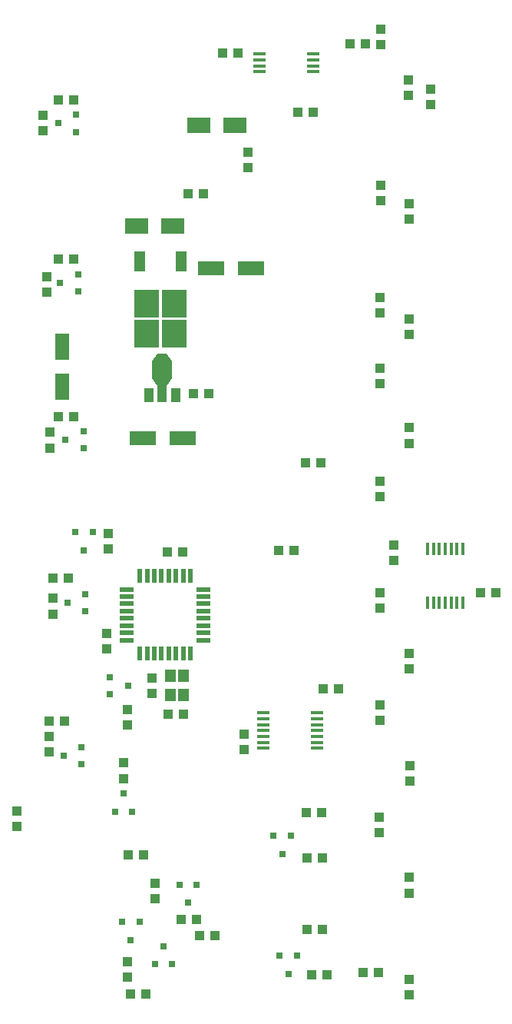
<source format=gtp>
G04 #@! TF.GenerationSoftware,KiCad,Pcbnew,(5.99.0-12261-ga2c28b18a8)*
G04 #@! TF.CreationDate,2021-10-12T13:44:05-07:00*
G04 #@! TF.ProjectId,SCMv3,53434d76-332e-46b6-9963-61645f706362,rev?*
G04 #@! TF.SameCoordinates,Original*
G04 #@! TF.FileFunction,Paste,Top*
G04 #@! TF.FilePolarity,Positive*
%FSLAX46Y46*%
G04 Gerber Fmt 4.6, Leading zero omitted, Abs format (unit mm)*
G04 Created by KiCad (PCBNEW (5.99.0-12261-ga2c28b18a8)) date 2021-10-12 13:44:05*
%MOMM*%
%LPD*%
G01*
G04 APERTURE LIST*
G04 Aperture macros list*
%AMOutline4P*
0 Free polygon, 4 corners , with rotation*
0 The origin of the aperture is its center*
0 number of corners: always 4*
0 $1 to $8 corner X, Y*
0 $9 Rotation angle, in degrees counterclockwise*
0 create outline with 4 corners*
4,1,4,$1,$2,$3,$4,$5,$6,$7,$8,$1,$2,$9*%
G04 Aperture macros list end*
%ADD10R,2.750000X3.050000*%
%ADD11R,1.200000X2.200000*%
%ADD12R,1.000000X1.000000*%
%ADD13R,1.150000X1.400000*%
%ADD14R,0.800100X0.800100*%
%ADD15R,2.499360X1.800860*%
%ADD16R,1.450000X0.450000*%
%ADD17R,0.450000X1.450000*%
%ADD18R,3.000000X1.600000*%
%ADD19R,1.600000X3.000000*%
%ADD20R,1.000000X1.500000*%
%ADD21Outline4P,-1.100000X-0.500000X1.100000X-0.500000X0.400000X0.500000X-0.400000X0.500000X180.000000*%
%ADD22Outline4P,-1.100000X-0.425000X1.100000X-0.425000X0.500000X0.425000X-0.500000X0.425000X0.000000*%
%ADD23R,1.000000X1.800000*%
%ADD24R,2.200000X1.840000*%
%ADD25R,0.550000X1.600000*%
%ADD26R,1.600000X0.550000*%
G04 APERTURE END LIST*
D10*
X17115000Y-35795000D03*
X20165000Y-32445000D03*
X20165000Y-35795000D03*
X17115000Y-32445000D03*
D11*
X20920000Y-27820000D03*
X16360000Y-27820000D03*
D12*
X42860000Y-39610000D03*
X42860000Y-41310000D03*
X53950000Y-64320000D03*
X55650000Y-64320000D03*
D13*
X21240000Y-75550000D03*
X19740000Y-73450000D03*
X21240000Y-73450000D03*
X19740000Y-75550000D03*
D12*
X46110000Y-35850000D03*
X46110000Y-34150000D03*
X46070000Y-108620000D03*
X46070000Y-106920000D03*
X6100000Y-31170000D03*
X6100000Y-29470000D03*
X28300000Y-15800000D03*
X28300000Y-17500000D03*
X17710000Y-73690000D03*
X17710000Y-75390000D03*
X22640000Y-100310000D03*
X20940000Y-100310000D03*
X46180000Y-85060000D03*
X46180000Y-83360000D03*
D14*
X9590760Y-31140000D03*
X9590760Y-29240000D03*
X7591780Y-30190000D03*
D12*
X33410000Y-59660000D03*
X31710000Y-59660000D03*
D14*
X33720000Y-104269240D03*
X31820000Y-104269240D03*
X32770000Y-106268220D03*
D12*
X42930000Y-21120000D03*
X42930000Y-19420000D03*
D14*
X33040000Y-91099240D03*
X31140000Y-91099240D03*
X32090000Y-93098220D03*
X22650000Y-96459240D03*
X20750000Y-96459240D03*
X21700000Y-98458220D03*
D12*
X6380000Y-78480000D03*
X8080000Y-78480000D03*
X46140000Y-72730000D03*
X46140000Y-71030000D03*
D15*
X16041020Y-23940000D03*
X20038980Y-23940000D03*
D16*
X35900000Y-81440000D03*
X35900000Y-80790000D03*
X35900000Y-80140000D03*
X35900000Y-79490000D03*
X35900000Y-78840000D03*
X35900000Y-78190000D03*
X35900000Y-77540000D03*
X30000000Y-77540000D03*
X30000000Y-78190000D03*
X30000000Y-78840000D03*
X30000000Y-79490000D03*
X30000000Y-80140000D03*
X30000000Y-80790000D03*
X30000000Y-81440000D03*
D12*
X40980000Y-106140000D03*
X42680000Y-106140000D03*
X21100000Y-59810000D03*
X19400000Y-59810000D03*
X21730000Y-20330000D03*
X23430000Y-20330000D03*
X42910000Y-33480000D03*
X42910000Y-31780000D03*
X34830000Y-101380000D03*
X36530000Y-101380000D03*
X7430000Y-27540000D03*
X9130000Y-27540000D03*
X6390000Y-81850000D03*
X6390000Y-80150000D03*
X2820000Y-88330000D03*
X2820000Y-90030000D03*
X34860000Y-93530000D03*
X36560000Y-93530000D03*
D14*
X13670000Y-88430760D03*
X15570000Y-88430760D03*
X14620000Y-86431780D03*
D12*
X27920000Y-81580000D03*
X27920000Y-79880000D03*
X44400000Y-60730000D03*
X44400000Y-59030000D03*
X21250000Y-77670000D03*
X19550000Y-77670000D03*
X12710000Y-68810000D03*
X12710000Y-70510000D03*
D17*
X52040000Y-59470000D03*
X51390000Y-59470000D03*
X50740000Y-59470000D03*
X50090000Y-59470000D03*
X49440000Y-59470000D03*
X48790000Y-59470000D03*
X48140000Y-59470000D03*
X48140000Y-65370000D03*
X48790000Y-65370000D03*
X49440000Y-65370000D03*
X50090000Y-65370000D03*
X50740000Y-65370000D03*
X51390000Y-65370000D03*
X52040000Y-65370000D03*
D12*
X6810000Y-62670000D03*
X8510000Y-62670000D03*
X7430000Y-10010000D03*
X9130000Y-10010000D03*
D18*
X16730000Y-47330000D03*
X21130000Y-47330000D03*
D19*
X7840000Y-37200000D03*
X7840000Y-41600000D03*
D12*
X39540000Y-3890000D03*
X41240000Y-3890000D03*
X17090000Y-108470000D03*
X15390000Y-108470000D03*
X34740000Y-88490000D03*
X36440000Y-88490000D03*
X6840000Y-66640000D03*
X6840000Y-64940000D03*
X35520000Y-11370000D03*
X33820000Y-11370000D03*
D16*
X35510000Y-6945000D03*
X35510000Y-6295000D03*
X35510000Y-5645000D03*
X35510000Y-4995000D03*
X29610000Y-4995000D03*
X29610000Y-5645000D03*
X29610000Y-6295000D03*
X29610000Y-6945000D03*
D12*
X46030000Y-9570000D03*
X46030000Y-7870000D03*
D14*
X9380760Y-13550000D03*
X9380760Y-11650000D03*
X7381780Y-12600000D03*
D12*
X6470000Y-48350000D03*
X6470000Y-46650000D03*
X42890000Y-64340000D03*
X42890000Y-66040000D03*
X42900000Y-52000000D03*
X42900000Y-53700000D03*
D14*
X16350000Y-100539240D03*
X14450000Y-100539240D03*
X15400000Y-102538220D03*
D20*
X17370000Y-42580000D03*
D21*
X18870000Y-41176200D03*
D22*
X18870000Y-38433000D03*
D23*
X18870000Y-42433500D03*
D24*
X18870000Y-39766500D03*
D20*
X20370000Y-42580000D03*
D12*
X46110000Y-97370000D03*
X46110000Y-95670000D03*
X16790000Y-93140000D03*
X15090000Y-93140000D03*
X27240000Y-4900000D03*
X25540000Y-4900000D03*
X42840000Y-89020000D03*
X42840000Y-90720000D03*
D15*
X26858980Y-12830000D03*
X22861020Y-12830000D03*
D18*
X24280000Y-28540000D03*
X28680000Y-28540000D03*
D14*
X10160760Y-48410000D03*
X10160760Y-46510000D03*
X8161780Y-47460000D03*
D12*
X5720000Y-13420000D03*
X5720000Y-11720000D03*
X42880000Y-76680000D03*
X42880000Y-78380000D03*
X15020000Y-106650000D03*
X15020000Y-104950000D03*
X14580000Y-84760000D03*
X14580000Y-83060000D03*
X7410000Y-44890000D03*
X9110000Y-44890000D03*
D14*
X13099240Y-73620000D03*
X13099240Y-75520000D03*
X15098220Y-74570000D03*
D12*
X35370000Y-106400000D03*
X37070000Y-106400000D03*
X46140000Y-47840000D03*
X46140000Y-46140000D03*
D14*
X11190000Y-57629240D03*
X9290000Y-57629240D03*
X10240000Y-59628220D03*
D12*
X38320000Y-74930000D03*
X36620000Y-74930000D03*
D14*
X9960760Y-83220000D03*
X9960760Y-81320000D03*
X7961780Y-82270000D03*
D12*
X48470000Y-8810000D03*
X48470000Y-10510000D03*
X46070000Y-23200000D03*
X46070000Y-21500000D03*
X12940000Y-59460000D03*
X12940000Y-57760000D03*
X22990000Y-102080000D03*
X24690000Y-102080000D03*
D25*
X16390000Y-70980000D03*
X17190000Y-70980000D03*
X17990000Y-70980000D03*
X18790000Y-70980000D03*
X19590000Y-70980000D03*
X20390000Y-70980000D03*
X21190000Y-70980000D03*
X21990000Y-70980000D03*
D26*
X23440000Y-69530000D03*
X23440000Y-68730000D03*
X23440000Y-67930000D03*
X23440000Y-67130000D03*
X23440000Y-66330000D03*
X23440000Y-65530000D03*
X23440000Y-64730000D03*
X23440000Y-63930000D03*
D25*
X21990000Y-62480000D03*
X21190000Y-62480000D03*
X20390000Y-62480000D03*
X19590000Y-62480000D03*
X18790000Y-62480000D03*
X17990000Y-62480000D03*
X17190000Y-62480000D03*
X16390000Y-62480000D03*
D26*
X14940000Y-63930000D03*
X14940000Y-64730000D03*
X14940000Y-65530000D03*
X14940000Y-66330000D03*
X14940000Y-67130000D03*
X14940000Y-67930000D03*
X14940000Y-68730000D03*
X14940000Y-69530000D03*
D12*
X18060000Y-97990000D03*
X18060000Y-96290000D03*
X15070000Y-77200000D03*
X15070000Y-78900000D03*
X36360000Y-50000000D03*
X34660000Y-50000000D03*
X22330000Y-42340000D03*
X24030000Y-42340000D03*
D14*
X10390760Y-66340000D03*
X10390760Y-64440000D03*
X8391780Y-65390000D03*
D12*
X42990000Y-2220000D03*
X42990000Y-3920000D03*
D14*
X18040000Y-105230760D03*
X19940000Y-105230760D03*
X18990000Y-103231780D03*
M02*

</source>
